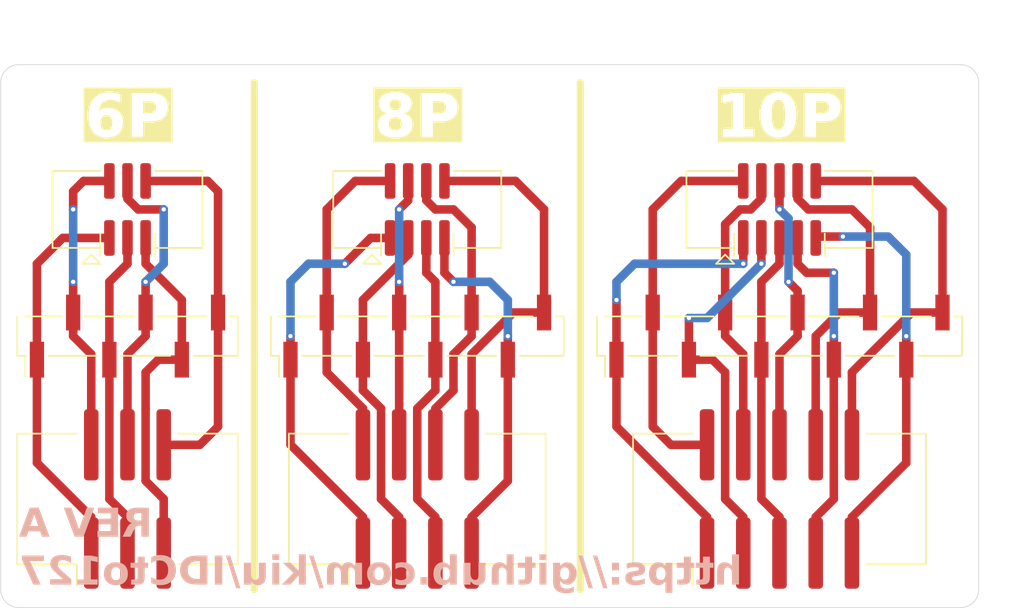
<source format=kicad_pcb>
(kicad_pcb (version 20241229) (generator "pcbnew") (generator_version "9.0")
  (layers (0 "F.Cu" signal) (2 "B.Cu" signal) (13 "F.Paste" user) (15 "B.Paste" user) (5 "F.SilkS" user "F.Silkscreen") (7 "B.SilkS" user "B.Silkscreen") (1 "F.Mask" user) (3 "B.Mask" user) (25 "Edge.Cuts" user))
  (net 0 "")
  (net 1 "Net-(J1-Pin_3)")
  (net 2 "Net-(J1-Pin_6)")
  (net 3 "Net-(J1-Pin_1)")
  (net 4 "Net-(J1-Pin_4)")
  (net 5 "Net-(J1-Pin_2)")
  (net 6 "Net-(J4-Pin_1)")
  (net 7 "Net-(J4-Pin_4)")
  (net 8 "Net-(J4-Pin_2)")
  (net 9 "Net-(J4-Pin_6)")
  (net 10 "Net-(J4-Pin_3)")
  (net 11 "Net-(J4-Pin_8)")
  (net 12 "Net-(J4-Pin_7)")
  (net 13 "Net-(J7-Pin_7)")
  (net 14 "Net-(J7-Pin_10)")
  (net 15 "Net-(J7-Pin_1)")
  (net 16 "Net-(J7-Pin_9)")
  (net 17 "Net-(J7-Pin_4)")
  (net 18 "Net-(J7-Pin_6)")
  (net 19 "Net-(J7-Pin_2)")
  (net 20 "Net-(J1-Pin_5)")
  (net 21 "Net-(J4-Pin_5)")
  (net 22 "Net-(J7-Pin_3)")
  (net 23 "Net-(J7-Pin_8)")
  (net 24 "Net-(J7-Pin_5)")
  (footprint "Connector_IDC_127:IDC-Header_2x05_P1.27mm_Vertical_SMD" (layer "F.Cu") (at 114.3 54.61 90)
    (property "Reference" "J9" (hide yes))
    (property "Value" "Conn_01x10")
    (fp_line (start 2.7 -6.525) (end 2.7 -3.175) (stroke (width 0.12)) (layer "F.SilkS"))
    (fp_line (start -2.7 -6.525) (end 2.7 -6.525) (stroke (width 0.12)) (layer "F.SilkS"))
    (fp_line (start -2.7 -6.525) (end -2.7 -3.175) (stroke (width 0.12)) (layer "F.SilkS"))
    (fp_line (start -3.81 -4.445) (end -3.81 -3.175) (stroke (width 0.12)) (layer "F.SilkS"))
    (fp_line (start -3.175 -3.81) (end -3.81 -4.445) (stroke (width 0.12)) (layer "F.SilkS"))
    (fp_line (start -3.175 -3.81) (end -3.81 -3.175) (stroke (width 0.12)) (layer "F.SilkS"))
    (fp_line (start -3.25 -3.175) (end -1.7 -3.175) (stroke (width 0.12)) (layer "F.SilkS"))
    (fp_line (start -3.25 3.175) (end -1.7 3.175) (stroke (width 0.12)) (layer "F.SilkS"))
    (fp_line (start 2.7 6.525) (end 2.7 3.175) (stroke (width 0.12)) (layer "F.SilkS"))
    (fp_line (start -2.7 6.525) (end -2.7 3.175) (stroke (width 0.12)) (layer "F.SilkS"))
    (fp_line (start -2.7 6.525) (end 2.7 6.525) (stroke (width 0.12)) (layer "F.SilkS"))
    (pad "1" smd roundrect (at -2 -2.54 90) (size 2.5 0.74) (layers "F.Cu" "F.Mask") (roundrect_rratio 0.245098) (net 15 "Net-(J7-Pin_1)"))
    (pad "2" smd roundrect (at 2 -2.54 90) (size 2.5 0.74) (layers "F.Cu" "F.Mask") (roundrect_rratio 0.245098) (net 19 "Net-(J7-Pin_2)"))
    (pad "3" smd roundrect (at -2 -1.27 90) (size 2.5 0.74) (layers "F.Cu" "F.Mask") (roundrect_rratio 0.245098) (net 22 "Net-(J7-Pin_3)"))
    (pad "4" smd roundrect (at 2 -1.27 90) (size 2.5 0.74) (layers "F.Cu" "F.Mask") (roundrect_rratio 0.245098) (net 17 "Net-(J7-Pin_4)"))
    (pad "5" smd roundrect (at -2 0 90) (size 2.5 0.74) (layers "F.Cu" "F.Mask") (roundrect_rratio 0.245098) (net 24 "Net-(J7-Pin_5)"))
    (pad "6" smd roundrect (at 2 0 90) (size 2.5 0.74) (layers "F.Cu" "F.Mask") (roundrect_rratio 0.245098) (net 18 "Net-(J7-Pin_6)"))
    (pad "7" smd roundrect (at -2 1.27 90) (size 2.5 0.74) (layers "F.Cu" "F.Mask") (roundrect_rratio 0.245098) (net 13 "Net-(J7-Pin_7)"))
    (pad "8" smd roundrect (at 2 1.27 90) (size 2.5 0.74) (layers "F.Cu" "F.Mask") (roundrect_rratio 0.245098) (net 23 "Net-(J7-Pin_8)"))
    (pad "9" smd roundrect (at -2 2.54 90) (size 2.5 0.74) (layers "F.Cu" "F.Mask") (roundrect_rratio 0.245098) (net 16 "Net-(J7-Pin_9)"))
    (pad "10" smd roundrect (at 2 2.54 90) (size 2.5 0.74) (layers "F.Cu" "F.Mask") (roundrect_rratio 0.245098) (net 14 "Net-(J7-Pin_10)"))
  )
  (footprint "Connector_PinHeader_2.54mm:PinHeader_1x06_P2.54mm_Vertical_SMD_Pin1Left" (layer "F.Cu") (at 68.58 63.5 90)
    (property "Reference" "J2" (hide yes))
    (property "Value" "Conn_01x06")
    (fp_line (start -1.38 -7.73) (end 1.38 -7.73) (stroke (width 0.12)) (layer "F.SilkS"))
    (fp_line (start -1.38 -7.73) (end -1.38 -7.16) (stroke (width 0.12)) (layer "F.SilkS"))
    (fp_line (start 1.38 -7.16) (end 1.38 -4.62) (stroke (width 0.12)) (layer "F.SilkS"))
    (fp_line (start -1.38 -7.16) (end -2.85 -7.16) (stroke (width 0.12)) (layer "F.SilkS"))
    (fp_line (start -1.38 -5.54) (end -1.38 -2.08) (stroke (width 0.12)) (layer "F.SilkS"))
    (fp_line (start 1.38 -3) (end 1.38 0.46) (stroke (width 0.12)) (layer "F.SilkS"))
    (fp_line (start -1.38 -0.46) (end -1.38 3) (stroke (width 0.12)) (layer "F.SilkS"))
    (fp_line (start 1.38 2.08) (end 1.38 5.54) (stroke (width 0.12)) (layer "F.SilkS"))
    (fp_line (start -1.38 4.62) (end -1.38 7.73) (stroke (width 0.12)) (layer "F.SilkS"))
    (fp_line (start 1.38 7.16) (end 1.38 7.73) (stroke (width 0.12)) (layer "F.SilkS"))
    (fp_line (start -1.38 7.73) (end 1.38 7.73) (stroke (width 0.12)) (layer "F.SilkS"))
    (pad "1" smd rect (at -1.655 -6.35 90) (size 2.51 1) (layers "F.Cu" "F.Mask" "F.Paste") (net 3 "Net-(J1-Pin_1)"))
    (pad "2" smd rect (at 1.655 -3.81 90) (size 2.51 1) (layers "F.Cu" "F.Mask" "F.Paste") (net 5 "Net-(J1-Pin_2)"))
    (pad "3" smd rect (at -1.655 -1.27 90) (size 2.51 1) (layers "F.Cu" "F.Mask" "F.Paste") (net 1 "Net-(J1-Pin_3)"))
    (pad "4" smd rect (at 1.655 1.27 90) (size 2.51 1) (layers "F.Cu" "F.Mask" "F.Paste") (net 4 "Net-(J1-Pin_4)"))
    (pad "5" smd rect (at -1.655 3.81 90) (size 2.51 1) (layers "F.Cu" "F.Mask" "F.Paste") (net 20 "Net-(J1-Pin_5)"))
    (pad "6" smd rect (at 1.655 6.35 90) (size 2.51 1) (layers "F.Cu" "F.Mask" "F.Paste") (net 2 "Net-(J1-Pin_6)"))
  )
  (footprint "Connector_PinHeader_2.54mm:PinHeader_1x08_P2.54mm_Vertical_SMD_Pin1Left" (layer "F.Cu") (at 88.9 63.5 90)
    (property "Reference" "J5" (hide yes))
    (property "Value" "Conn_01x08")
    (fp_line (start -1.38 -10.27) (end 1.38 -10.27) (stroke (width 0.12)) (layer "F.SilkS"))
    (fp_line (start -1.38 -10.27) (end -1.38 -9.7) (stroke (width 0.12)) (layer "F.SilkS"))
    (fp_line (start 1.38 -9.7) (end 1.38 -7.16) (stroke (width 0.12)) (layer "F.SilkS"))
    (fp_line (start -1.38 -9.7) (end -2.85 -9.7) (stroke (width 0.12)) (layer "F.SilkS"))
    (fp_line (start -1.38 -8.08) (end -1.38 -4.62) (stroke (width 0.12)) (layer "F.SilkS"))
    (fp_line (start 1.38 -5.54) (end 1.38 -2.08) (stroke (width 0.12)) (layer "F.SilkS"))
    (fp_line (start -1.38 -3) (end -1.38 0.46) (stroke (width 0.12)) (layer "F.SilkS"))
    (fp_line (start 1.38 -0.46) (end 1.38 3) (stroke (width 0.12)) (layer "F.SilkS"))
    (fp_line (start -1.38 2.08) (end -1.38 5.54) (stroke (width 0.12)) (layer "F.SilkS"))
    (fp_line (start 1.38 4.62) (end 1.38 8.08) (stroke (width 0.12)) (layer "F.SilkS"))
    (fp_line (start -1.38 7.16) (end -1.38 10.27) (stroke (width 0.12)) (layer "F.SilkS"))
    (fp_line (start 1.38 9.7) (end 1.38 10.27) (stroke (width 0.12)) (layer "F.SilkS"))
    (fp_line (start -1.38 10.27) (end 1.38 10.27) (stroke (width 0.12)) (layer "F.SilkS"))
    (pad "1" smd rect (at -1.655 -8.89 90) (size 2.51 1) (layers "F.Cu" "F.Mask" "F.Paste") (net 6 "Net-(J4-Pin_1)"))
    (pad "2" smd rect (at 1.655 -6.35 90) (size 2.51 1) (layers "F.Cu" "F.Mask" "F.Paste") (net 8 "Net-(J4-Pin_2)"))
    (pad "3" smd rect (at -1.655 -3.81 90) (size 2.51 1) (layers "F.Cu" "F.Mask" "F.Paste") (net 10 "Net-(J4-Pin_3)"))
    (pad "4" smd rect (at 1.655 -1.27 90) (size 2.51 1) (layers "F.Cu" "F.Mask" "F.Paste") (net 7 "Net-(J4-Pin_4)"))
    (pad "5" smd rect (at -1.655 1.27 90) (size 2.51 1) (layers "F.Cu" "F.Mask" "F.Paste") (net 21 "Net-(J4-Pin_5)"))
    (pad "6" smd rect (at 1.655 3.81 90) (size 2.51 1) (layers "F.Cu" "F.Mask" "F.Paste") (net 9 "Net-(J4-Pin_6)"))
    (pad "7" smd rect (at -1.655 6.35 90) (size 2.51 1) (layers "F.Cu" "F.Mask" "F.Paste") (net 12 "Net-(J4-Pin_7)"))
    (pad "8" smd rect (at 1.655 8.89 90) (size 2.51 1) (layers "F.Cu" "F.Mask" "F.Paste") (net 11 "Net-(J4-Pin_8)"))
  )
  (footprint "Connector_PinHeader_2.54mm:PinHeader_1x10_P2.54mm_Vertical_SMD_Pin1Left" (layer "F.Cu") (at 114.3 63.5 90)
    (property "Reference" "J8" (hide yes))
    (property "Value" "Conn_01x10")
    (fp_line (start -1.38 -12.81) (end 1.38 -12.81) (stroke (width 0.12)) (layer "F.SilkS"))
    (fp_line (start -1.38 -12.81) (end -1.38 -12.24) (stroke (width 0.12)) (layer "F.SilkS"))
    (fp_line (start 1.38 -12.24) (end 1.38 -9.7) (stroke (width 0.12)) (layer "F.SilkS"))
    (fp_line (start -1.38 -12.24) (end -2.85 -12.24) (stroke (width 0.12)) (layer "F.SilkS"))
    (fp_line (start -1.38 -10.62) (end -1.38 -7.16) (stroke (width 0.12)) (layer "F.SilkS"))
    (fp_line (start 1.38 -8.08) (end 1.38 -4.62) (stroke (width 0.12)) (layer "F.SilkS"))
    (fp_line (start -1.38 -5.54) (end -1.38 -2.08) (stroke (width 0.12)) (layer "F.SilkS"))
    (fp_line (start 1.38 -3) (end 1.38 0.46) (stroke (width 0.12)) (layer "F.SilkS"))
    (fp_line (start -1.38 -0.46) (end -1.38 3) (stroke (width 0.12)) (layer "F.SilkS"))
    (fp_line (start 1.38 2.08) (end 1.38 5.54) (stroke (width 0.12)) (layer "F.SilkS"))
    (fp_line (start -1.38 4.62) (end -1.38 8.08) (stroke (width 0.12)) (layer "F.SilkS"))
    (fp_line (start 1.38 7.16) (end 1.38 10.62) (stroke (width 0.12)) (layer "F.SilkS"))
    (fp_line (start -1.38 9.7) (end -1.38 12.81) (stroke (width 0.12)) (layer "F.SilkS"))
    (fp_line (start 1.38 12.24) (end 1.38 12.81) (stroke (width 0.12)) (layer "F.SilkS"))
    (fp_line (start -1.38 12.81) (end 1.38 12.81) (stroke (width 0.12)) (layer "F.SilkS"))
    (pad "1" smd rect (at -1.655 -11.43 90) (size 2.51 1) (layers "F.Cu" "F.Mask" "F.Paste") (net 15 "Net-(J7-Pin_1)"))
    (pad "2" smd rect (at 1.655 -8.89 90) (size 2.51 1) (layers "F.Cu" "F.Mask" "F.Paste") (net 19 "Net-(J7-Pin_2)"))
    (pad "3" smd rect (at -1.655 -6.35 90) (size 2.51 1) (layers "F.Cu" "F.Mask" "F.Paste") (net 22 "Net-(J7-Pin_3)"))
    (pad "4" smd rect (at 1.655 -3.81 90) (size 2.51 1) (layers "F.Cu" "F.Mask" "F.Paste") (net 17 "Net-(J7-Pin_4)"))
    (pad "5" smd rect (at -1.655 -1.27 90) (size 2.51 1) (layers "F.Cu" "F.Mask" "F.Paste") (net 24 "Net-(J7-Pin_5)"))
    (pad "6" smd rect (at 1.655 1.27 90) (size 2.51 1) (layers "F.Cu" "F.Mask" "F.Paste") (net 18 "Net-(J7-Pin_6)"))
    (pad "7" smd rect (at -1.655 3.81 90) (size 2.51 1) (layers "F.Cu" "F.Mask" "F.Paste") (net 13 "Net-(J7-Pin_7)"))
    (pad "8" smd rect (at 1.655 6.35 90) (size 2.51 1) (layers "F.Cu" "F.Mask" "F.Paste") (net 23 "Net-(J7-Pin_8)"))
    (pad "9" smd rect (at -1.655 8.89 90) (size 2.51 1) (layers "F.Cu" "F.Mask" "F.Paste") (net 16 "Net-(J7-Pin_9)"))
    (pad "10" smd rect (at 1.655 11.43 90) (size 2.51 1) (layers "F.Cu" "F.Mask" "F.Paste") (net 14 "Net-(J7-Pin_10)"))
  )
  (footprint "Connector_IDC:IDC-Header_2x04_P2.54mm_Vertical_SMD" (layer "F.Cu") (at 88.9 74.93 90)
    (property "Reference" "J4" (hide yes))
    (property "Value" "Conn_01x08")
    (fp_line (start 4.585 -9) (end 4.585 -4.82) (stroke (width 0.12)) (layer "F.SilkS"))
    (fp_line (start -4.585 -9) (end 4.585 -9) (stroke (width 0.12)) (layer "F.SilkS"))
    (fp_line (start -4.585 -4.82) (end -4.585 -9) (stroke (width 0.12)) (layer "F.SilkS"))
    (fp_line (start -4.585 -4.82) (end -6.085 -4.82) (stroke (width 0.12)) (layer "F.SilkS"))
    (fp_line (start -4.585 4.82) (end -4.585 9) (stroke (width 0.12)) (layer "F.SilkS"))
    (fp_line (start 4.585 9) (end 4.585 4.82) (stroke (width 0.12)) (layer "F.SilkS"))
    (fp_line (start -4.585 9) (end 4.585 9) (stroke (width 0.12)) (layer "F.SilkS"))
    (pad "1" smd roundrect (at -3.8 -3.81 90) (size 5 1.02) (layers "F.Cu" "F.Mask" "F.Paste") (roundrect_rratio 0.245098) (net 6 "Net-(J4-Pin_1)"))
    (pad "2" smd roundrect (at 3.8 -3.81 90) (size 5 1.02) (layers "F.Cu" "F.Mask" "F.Paste") (roundrect_rratio 0.245098) (net 8 "Net-(J4-Pin_2)"))
    (pad "3" smd roundrect (at -3.8 -1.27 90) (size 5 1.02) (layers "F.Cu" "F.Mask" "F.Paste") (roundrect_rratio 0.245098) (net 10 "Net-(J4-Pin_3)"))
    (pad "4" smd roundrect (at 3.8 -1.27 90) (size 5 1.02) (layers "F.Cu" "F.Mask" "F.Paste") (roundrect_rratio 0.245098) (net 7 "Net-(J4-Pin_4)"))
    (pad "5" smd roundrect (at -3.8 1.27 90) (size 5 1.02) (layers "F.Cu" "F.Mask" "F.Paste") (roundrect_rratio 0.245098) (net 21 "Net-(J4-Pin_5)"))
    (pad "6" smd roundrect (at 3.8 1.27 90) (size 5 1.02) (layers "F.Cu" "F.Mask" "F.Paste") (roundrect_rratio 0.245098) (net 9 "Net-(J4-Pin_6)"))
    (pad "7" smd roundrect (at -3.8 3.81 90) (size 5 1.02) (layers "F.Cu" "F.Mask" "F.Paste") (roundrect_rratio 0.245098) (net 12 "Net-(J4-Pin_7)"))
    (pad "8" smd roundrect (at 3.8 3.81 90) (size 5 1.02) (layers "F.Cu" "F.Mask" "F.Paste") (roundrect_rratio 0.245098) (net 11 "Net-(J4-Pin_8)"))
  )
  (footprint "Connector_IDC_127:IDC-Header_2x03_P1.27mm_Vertical_SMD" (layer "F.Cu") (at 68.58 54.61 90)
    (property "Reference" "J3" (hide yes))
    (property "Value" "Conn_01x06")
    (fp_line (start 2.7 -5.255) (end 2.7 -1.905) (stroke (width 0.12)) (layer "F.SilkS"))
    (fp_line (start -2.7 -5.255) (end 2.7 -5.255) (stroke (width 0.12)) (layer "F.SilkS"))
    (fp_line (start -2.7 -5.255) (end -2.7 -1.905) (stroke (width 0.12)) (layer "F.SilkS"))
    (fp_line (start -3.81 -3.175) (end -3.81 -1.905) (stroke (width 0.12)) (layer "F.SilkS"))
    (fp_line (start -3.175 -2.54) (end -3.81 -3.175) (stroke (width 0.12)) (layer "F.SilkS"))
    (fp_line (start -3.175 -2.54) (end -3.81 -1.905) (stroke (width 0.12)) (layer "F.SilkS"))
    (fp_line (start -3.25 -1.905) (end -1.7 -1.905) (stroke (width 0.12)) (layer "F.SilkS"))
    (fp_line (start -3.25 1.905) (end -1.7 1.905) (stroke (width 0.12)) (layer "F.SilkS"))
    (fp_line (start 2.7 5.255) (end 2.7 1.905) (stroke (width 0.12)) (layer "F.SilkS"))
    (fp_line (start -2.7 5.255) (end -2.7 1.905) (stroke (width 0.12)) (layer "F.SilkS"))
    (fp_line (start -2.7 5.255) (end 2.7 5.255) (stroke (width 0.12)) (layer "F.SilkS"))
    (pad "1" smd roundrect (at -2 -1.27 90) (size 2.5 0.74) (layers "F.Cu" "F.Mask") (roundrect_rratio 0.245098) (net 3 "Net-(J1-Pin_1)"))
    (pad "2" smd roundrect (at 2 -1.27 90) (size 2.5 0.74) (layers "F.Cu" "F.Mask") (roundrect_rratio 0.245098) (net 5 "Net-(J1-Pin_2)"))
    (pad "3" smd roundrect (at -2 0 90) (size 2.5 0.74) (layers "F.Cu" "F.Mask") (roundrect_rratio 0.245098) (net 1 "Net-(J1-Pin_3)"))
    (pad "4" smd roundrect (at 2 0 90) (size 2.5 0.74) (layers "F.Cu" "F.Mask") (roundrect_rratio 0.245098) (net 4 "Net-(J1-Pin_4)"))
    (pad "5" smd roundrect (at -2 1.27 90) (size 2.5 0.74) (layers "F.Cu" "F.Mask") (roundrect_rratio 0.245098) (net 20 "Net-(J1-Pin_5)"))
    (pad "6" smd roundrect (at 2 1.27 90) (size 2.5 0.74) (layers "F.Cu" "F.Mask") (roundrect_rratio 0.245098) (net 2 "Net-(J1-Pin_6)"))
  )
  (footprint "Connector_IDC:IDC-Header_2x05_P2.54mm_Vertical_SMD" (layer "F.Cu") (at 114.3 74.93 90)
    (property "Reference" "J7" (hide yes))
    (property "Value" "Conn_01x10")
    (fp_line (start 4.585 -10.27) (end 4.585 -6.09) (stroke (width 0.12)) (layer "F.SilkS"))
    (fp_line (start -4.585 -10.27) (end 4.585 -10.27) (stroke (width 0.12)) (layer "F.SilkS"))
    (fp_line (start -4.585 -6.09) (end -4.585 -10.27) (stroke (width 0.12)) (layer "F.SilkS"))
    (fp_line (start -4.585 -6.09) (end -6.085 -6.09) (stroke (width 0.12)) (layer "F.SilkS"))
    (fp_line (start -4.585 6.09) (end -4.585 10.27) (stroke (width 0.12)) (layer "F.SilkS"))
    (fp_line (start 4.585 10.27) (end 4.585 6.09) (stroke (width 0.12)) (layer "F.SilkS"))
    (fp_line (start -4.585 10.27) (end 4.585 10.27) (stroke (width 0.12)) (layer "F.SilkS"))
    (pad "1" smd roundrect (at -3.8 -5.08 90) (size 5 1.02) (layers "F.Cu" "F.Mask" "F.Paste") (roundrect_rratio 0.245098) (net 15 "Net-(J7-Pin_1)"))
    (pad "2" smd roundrect (at 3.8 -5.08 90) (size 5 1.02) (layers "F.Cu" "F.Mask" "F.Paste") (roundrect_rratio 0.245098) (net 19 "Net-(J7-Pin_2)"))
    (pad "3" smd roundrect (at -3.8 -2.54 90) (size 5 1.02) (layers "F.Cu" "F.Mask" "F.Paste") (roundrect_rratio 0.245098) (net 22 "Net-(J7-Pin_3)"))
    (pad "4" smd roundrect (at 3.8 -2.54 90) (size 5 1.02) (layers "F.Cu" "F.Mask" "F.Paste") (roundrect_rratio 0.245098) (net 17 "Net-(J7-Pin_4)"))
    (pad "5" smd roundrect (at -3.8 0 90) (size 5 1.02) (layers "F.Cu" "F.Mask" "F.Paste") (roundrect_rratio 0.245098) (net 24 "Net-(J7-Pin_5)"))
    (pad "6" smd roundrect (at 3.8 0 90) (size 5 1.02) (layers "F.Cu" "F.Mask" "F.Paste") (roundrect_rratio 0.245098) (net 18 "Net-(J7-Pin_6)"))
    (pad "7" smd roundrect (at -3.8 2.54 90) (size 5 1.02) (layers "F.Cu" "F.Mask" "F.Paste") (roundrect_rratio 0.245098) (net 13 "Net-(J7-Pin_7)"))
    (pad "8" smd roundrect (at 3.8 2.54 90) (size 5 1.02) (layers "F.Cu" "F.Mask" "F.Paste") (roundrect_rratio 0.245098) (net 23 "Net-(J7-Pin_8)"))
    (pad "9" smd roundrect (at -3.8 5.08 90) (size 5 1.02) (layers "F.Cu" "F.Mask" "F.Paste") (roundrect_rratio 0.245098) (net 16 "Net-(J7-Pin_9)"))
    (pad "10" smd roundrect (at 3.8 5.08 90) (size 5 1.02) (layers "F.Cu" "F.Mask" "F.Paste") (roundrect_rratio 0.245098) (net 14 "Net-(J7-Pin_10)"))
  )
  (footprint "Connector_IDC_127:IDC-Header_2x04_P1.27mm_Vertical_SMD" (layer "F.Cu") (at 88.9 54.61 90)
    (property "Reference" "J6" (hide yes))
    (property "Value" "Conn_01x08")
    (fp_line (start 2.7 -5.89) (end 2.7 -2.54) (stroke (width 0.12)) (layer "F.SilkS"))
    (fp_line (start -2.7 -5.89) (end 2.7 -5.89) (stroke (width 0.12)) (layer "F.SilkS"))
    (fp_line (start -2.7 -5.89) (end -2.7 -2.54) (stroke (width 0.12)) (layer "F.SilkS"))
    (fp_line (start -3.81 -3.81) (end -3.81 -2.54) (stroke (width 0.12)) (layer "F.SilkS"))
    (fp_line (start -3.175 -3.175) (end -3.81 -3.81) (stroke (width 0.12)) (layer "F.SilkS"))
    (fp_line (start -3.175 -3.175) (end -3.81 -2.54) (stroke (width 0.12)) (layer "F.SilkS"))
    (fp_line (start -3.25 -2.54) (end -1.7 -2.54) (stroke (width 0.12)) (layer "F.SilkS"))
    (fp_line (start -3.25 2.54) (end -1.7 2.54) (stroke (width 0.12)) (layer "F.SilkS"))
    (fp_line (start 2.7 5.89) (end 2.7 2.54) (stroke (width 0.12)) (layer "F.SilkS"))
    (fp_line (start -2.7 5.89) (end -2.7 2.54) (stroke (width 0.12)) (layer "F.SilkS"))
    (fp_line (start -2.7 5.89) (end 2.7 5.89) (stroke (width 0.12)) (layer "F.SilkS"))
    (pad "1" smd roundrect (at -2 -1.905 90) (size 2.5 0.74) (layers "F.Cu" "F.Mask") (roundrect_rratio 0.245098) (net 6 "Net-(J4-Pin_1)"))
    (pad "2" smd roundrect (at 2 -1.905 90) (size 2.5 0.74) (layers "F.Cu" "F.Mask") (roundrect_rratio 0.245098) (net 8 "Net-(J4-Pin_2)"))
    (pad "3" smd roundrect (at -2 -0.635 90) (size 2.5 0.74) (layers "F.Cu" "F.Mask") (roundrect_rratio 0.245098) (net 10 "Net-(J4-Pin_3)"))
    (pad "4" smd roundrect (at 2 -0.635 90) (size 2.5 0.74) (layers "F.Cu" "F.Mask") (roundrect_rratio 0.245098) (net 7 "Net-(J4-Pin_4)"))
    (pad "5" smd roundrect (at -2 0.635 90) (size 2.5 0.74) (layers "F.Cu" "F.Mask") (roundrect_rratio 0.245098) (net 21 "Net-(J4-Pin_5)"))
    (pad "6" smd roundrect (at 2 0.635 90) (size 2.5 0.74) (layers "F.Cu" "F.Mask") (roundrect_rratio 0.245098) (net 9 "Net-(J4-Pin_6)"))
    (pad "7" smd roundrect (at -2 1.905 90) (size 2.5 0.74) (layers "F.Cu" "F.Mask") (roundrect_rratio 0.245098) (net 12 "Net-(J4-Pin_7)"))
    (pad "8" smd roundrect (at 2 1.905 90) (size 2.5 0.74) (layers "F.Cu" "F.Mask") (roundrect_rratio 0.245098) (net 11 "Net-(J4-Pin_8)"))
  )
  (footprint "Connector_IDC:IDC-Header_2x03_P2.54mm_Vertical_SMD" (layer "F.Cu") (at 68.58 74.93 90)
    (property "Reference" "J1" (hide yes))
    (property "Value" "Conn_01x06")
    (fp_line (start 4.585 -7.73) (end 4.585 -3.55) (stroke (width 0.12)) (layer "F.SilkS"))
    (fp_line (start -4.585 -7.73) (end 4.585 -7.73) (stroke (width 0.12)) (layer "F.SilkS"))
    (fp_line (start -4.585 -3.55) (end -4.585 -7.73) (stroke (width 0.12)) (layer "F.SilkS"))
    (fp_line (start -4.585 -3.55) (end -6.085 -3.55) (stroke (width 0.12)) (layer "F.SilkS"))
    (fp_line (start -4.585 3.55) (end -4.585 7.73) (stroke (width 0.12)) (layer "F.SilkS"))
    (fp_line (start 4.585 7.73) (end 4.585 3.55) (stroke (width 0.12)) (layer "F.SilkS"))
    (fp_line (start -4.585 7.73) (end 4.585 7.73) (stroke (width 0.12)) (layer "F.SilkS"))
    (pad "1" smd roundrect (at -3.8 -2.54 90) (size 5 1.02) (layers "F.Cu" "F.Mask" "F.Paste") (roundrect_rratio 0.245098) (net 3 "Net-(J1-Pin_1)"))
    (pad "2" smd roundrect (at 3.8 -2.54 90) (size 5 1.02) (layers "F.Cu" "F.Mask" "F.Paste") (roundrect_rratio 0.245098) (net 5 "Net-(J1-Pin_2)"))
    (pad "3" smd roundrect (at -3.8 0 90) (size 5 1.02) (layers "F.Cu" "F.Mask" "F.Paste") (roundrect_rratio 0.245098) (net 1 "Net-(J1-Pin_3)"))
    (pad "4" smd roundrect (at 3.8 0 90) (size 5 1.02) (layers "F.Cu" "F.Mask" "F.Paste") (roundrect_rratio 0.245098) (net 4 "Net-(J1-Pin_4)"))
    (pad "5" smd roundrect (at -3.8 2.54 90) (size 5 1.02) (layers "F.Cu" "F.Mask" "F.Paste") (roundrect_rratio 0.245098) (net 20 "Net-(J1-Pin_5)"))
    (pad "6" smd roundrect (at 3.8 2.54 90) (size 5 1.02) (layers "F.Cu" "F.Mask" "F.Paste") (roundrect_rratio 0.245098) (net 2 "Net-(J1-Pin_6)"))
  )
  (gr_line (start 77.47 81.28) (end 77.47 45.72) (stroke (width 0.5)) (layer "F.SilkS"))
  (gr_line (start 100.33 81.28) (end 100.33 45.72) (stroke (width 0.5)) (layer "F.SilkS"))
  (gr_arc (start 60.96 82.55) (mid 60.061974 82.178026) (end 59.69 81.28) (stroke (width 0.05)) (layer "Edge.Cuts"))
  (gr_line (start 127 82.55) (end 60.96 82.55) (stroke (width 0.05)) (layer "Edge.Cuts"))
  (gr_line (start 60.96 44.45) (end 127 44.45) (stroke (width 0.05)) (layer "Edge.Cuts"))
  (gr_arc (start 127 44.45) (mid 127.898026 44.821974) (end 128.27 45.72) (stroke (width 0.05)) (layer "Edge.Cuts"))
  (gr_line (start 128.27 45.72) (end 128.27 81.28) (stroke (width 0.05)) (layer "Edge.Cuts"))
  (gr_arc (start 128.27 81.28) (mid 127.898026 82.178026) (end 127 82.55) (stroke (width 0.05)) (layer "Edge.Cuts"))
  (gr_arc (start 59.69 45.72) (mid 60.061974 44.821974) (end 60.96 44.45) (stroke (width 0.05)) (layer "Edge.Cuts"))
  (gr_line (start 59.69 81.28) (end 59.69 45.72) (stroke (width 0.05)) (layer "Edge.Cuts"))
  (gr_text "8P" (at 88.9 48.26 0) (layer "F.SilkS" knockout) (effects (font (size 3 3) (thickness 0.6) (bold yes))))
  (gr_text "10P" (at 114.3 48.26 0) (layer "F.SilkS" knockout) (effects (font (size 3 3) (thickness 0.6) (bold yes))))
  (gr_text "6P" (at 68.58 48.26 0) (layer "F.SilkS" knockout) (effects (font (size 3 3) (thickness 0.6) (bold yes))))
  (gr_text "REV A\nhttps://github.com/kiu/IDCto127" (at 60.96 81.28 0) (layer "B.SilkS") (effects (font (size 2 2) (thickness 0.5) (bold yes)) (justify right bottom mirror)))
  (segment (start 68.58 56.61) (end 68.58 58.42) (width 0.6) (layer "F.Cu") (net 1))
  (segment (start 67.31 59.69) (end 67.31 65.155) (width 0.6) (layer "F.Cu") (net 1))
  (segment (start 68.58 58.42) (end 67.31 59.69) (width 0.6) (layer "F.Cu") (net 1))
  (segment (start 68.58 76.2) (end 67.31 74.93) (width 0.6) (layer "F.Cu") (net 1))
  (segment (start 68.58 78.73) (end 68.58 76.2) (width 0.6) (layer "F.Cu") (net 1))
  (segment (start 67.31 74.93) (end 67.31 65.155) (width 0.6) (layer "F.Cu") (net 1))
  (segment (start 74.2 52.61) (end 74.93 53.34) (width 0.6) (layer "F.Cu") (net 2))
  (segment (start 69.85 52.61) (end 74.2 52.61) (width 0.6) (layer "F.Cu") (net 2))
  (segment (start 71.12 71.13) (end 73.65 71.13) (width 0.6) (layer "F.Cu") (net 2))
  (segment (start 74.93 69.85) (end 74.93 61.845) (width 0.6) (layer "F.Cu") (net 2))
  (segment (start 73.65 71.13) (end 74.93 69.85) (width 0.6) (layer "F.Cu") (net 2))
  (segment (start 74.93 53.34) (end 74.93 61.845) (width 0.6) (layer "F.Cu") (net 2))
  (segment (start 64.04 56.61) (end 62.23 58.42) (width 0.6) (layer "F.Cu") (net 3))
  (segment (start 66.04 76.2) (end 62.23 72.39) (width 0.6) (layer "F.Cu") (net 3))
  (segment (start 67.31 56.61) (end 64.04 56.61) (width 0.6) (layer "F.Cu") (net 3))
  (segment (start 62.23 65.155) (end 62.23 72.39) (width 0.6) (layer "F.Cu") (net 3))
  (segment (start 62.23 58.42) (end 62.23 65.155) (width 0.6) (layer "F.Cu") (net 3))
  (segment (start 66.04 78.73) (end 66.04 76.2) (width 0.6) (layer "F.Cu") (net 3))
  (segment (start 68.58 64.77) (end 69.85 63.5) (width 0.6) (layer "F.Cu") (net 4))
  (segment (start 69.85 63.5) (end 69.85 61.845) (width 0.6) (layer "F.Cu") (net 4))
  (segment (start 68.58 53.859999) (end 69.330001 54.61) (width 0.6) (layer "F.Cu") (net 4))
  (segment (start 68.58 71.13) (end 68.58 64.77) (width 0.6) (layer "F.Cu") (net 4))
  (segment (start 69.85 61.845) (end 69.85 59.69) (width 0.6) (layer "F.Cu") (net 4))
  (segment (start 68.58 52.61) (end 68.58 53.859999) (width 0.6) (layer "F.Cu") (net 4))
  (segment (start 69.330001 54.61) (end 71.12 54.61) (width 0.6) (layer "F.Cu") (net 4))
  (via (at 69.85 59.69) (size 0.6) (drill 0.3) (layers "F.Cu" "B.Cu") (net 4))
  (via (at 71.12 54.61) (size 0.6) (drill 0.3) (layers "F.Cu" "B.Cu") (net 4))
  (segment (start 71.12 58.42) (end 71.12 54.61) (width 0.6) (layer "B.Cu") (net 4))
  (segment (start 69.85 59.69) (end 71.12 58.42) (width 0.6) (layer "B.Cu") (net 4))
  (segment (start 66.04 71.13) (end 66.04 64.77) (width 0.6) (layer "F.Cu") (net 5))
  (segment (start 65.5 52.61) (end 64.77 53.34) (width 0.6) (layer "F.Cu") (net 5))
  (segment (start 64.77 63.5) (end 64.77 61.845) (width 0.6) (layer "F.Cu") (net 5))
  (segment (start 67.31 52.61) (end 65.5 52.61) (width 0.6) (layer "F.Cu") (net 5))
  (segment (start 64.77 53.34) (end 64.77 54.61) (width 0.6) (layer "F.Cu") (net 5))
  (segment (start 64.77 59.69) (end 64.77 61.845) (width 0.6) (layer "F.Cu") (net 5))
  (segment (start 66.04 64.77) (end 64.77 63.5) (width 0.6) (layer "F.Cu") (net 5))
  (via (at 64.77 54.61) (size 0.6) (drill 0.3) (layers "F.Cu" "B.Cu") (net 5))
  (via (at 64.77 59.69) (size 0.6) (drill 0.3) (layers "F.Cu" "B.Cu") (net 5))
  (segment (start 64.77 54.61) (end 64.77 59.69) (width 0.6) (layer "B.Cu") (net 5))
  (segment (start 80.01 71.12) (end 80.01 65.155) (width 0.6) (layer "F.Cu") (net 6))
  (segment (start 85.09 78.73) (end 85.09 76.2) (width 0.6) (layer "F.Cu") (net 6))
  (segment (start 80.01 63.5) (end 80.01 65.155) (width 0.6) (layer "F.Cu") (net 6))
  (segment (start 86.995 56.61) (end 85.63 56.61) (width 0.6) (layer "F.Cu") (net 6))
  (segment (start 85.63 56.61) (end 83.82 58.42) (width 0.6) (layer "F.Cu") (net 6))
  (segment (start 85.09 76.2) (end 80.01 71.12) (width 0.6) (layer "F.Cu") (net 6))
  (via (at 83.82 58.42) (size 0.6) (drill 0.3) (layers "F.Cu" "B.Cu") (net 6))
  (via (at 80.01 63.5) (size 0.6) (drill 0.3) (layers "F.Cu" "B.Cu") (net 6))
  (segment (start 81.28 58.42) (end 80.01 59.69) (width 0.6) (layer "B.Cu") (net 6))
  (segment (start 80.01 59.69) (end 80.01 63.5) (width 0.6) (layer "B.Cu") (net 6))
  (segment (start 83.82 58.42) (end 81.28 58.42) (width 0.6) (layer "B.Cu") (net 6))
  (segment (start 87.63 71.13) (end 87.63 61.845) (width 0.6) (layer "F.Cu") (net 7))
  (segment (start 88.265 53.975) (end 87.63 54.61) (width 0.6) (layer "F.Cu") (net 7))
  (segment (start 87.63 59.69) (end 87.63 61.845) (width 0.6) (layer "F.Cu") (net 7))
  (segment (start 88.265 52.61) (end 88.265 53.975) (width 0.6) (layer "F.Cu") (net 7))
  (via (at 87.63 54.61) (size 0.6) (drill 0.3) (layers "F.Cu" "B.Cu") (net 7))
  (via (at 87.63 59.69) (size 0.6) (drill 0.3) (layers "F.Cu" "B.Cu") (net 7))
  (segment (start 87.63 54.61) (end 87.63 59.69) (width 0.6) (layer "B.Cu") (net 7))
  (segment (start 82.55 66.04) (end 82.55 61.845) (width 0.6) (layer "F.Cu") (net 8))
  (segment (start 82.55 54.61) (end 82.55 61.845) (width 0.6) (layer "F.Cu") (net 8))
  (segment (start 84.55 52.61) (end 82.55 54.61) (width 0.6) (layer "F.Cu") (net 8))
  (segment (start 85.09 68.58) (end 82.55 66.04) (width 0.6) (layer "F.Cu") (net 8))
  (segment (start 85.09 71.13) (end 85.09 68.58) (width 0.6) (layer "F.Cu") (net 8))
  (segment (start 86.995 52.61) (end 84.55 52.61) (width 0.6) (layer "F.Cu") (net 8))
  (segment (start 89.535 53.975) (end 90.17 54.61) (width 0.6) (layer "F.Cu") (net 9))
  (segment (start 91.44 54.61) (end 92.71 55.88) (width 0.6) (layer "F.Cu") (net 9))
  (segment (start 89.535 52.61) (end 89.535 53.975) (width 0.6) (layer "F.Cu") (net 9))
  (segment (start 91.44 67.31) (end 91.44 64.77) (width 0.6) (layer "F.Cu") (net 9))
  (segment (start 90.17 68.58) (end 91.44 67.31) (width 0.6) (layer "F.Cu") (net 9))
  (segment (start 90.17 54.61) (end 91.44 54.61) (width 0.6) (layer "F.Cu") (net 9))
  (segment (start 90.17 71.13) (end 90.17 68.58) (width 0.6) (layer "F.Cu") (net 9))
  (segment (start 92.71 55.88) (end 92.71 61.845) (width 0.6) (layer "F.Cu") (net 9))
  (segment (start 91.44 64.77) (end 92.71 63.5) (width 0.6) (layer "F.Cu") (net 9))
  (segment (start 92.71 63.5) (end 92.71 61.845) (width 0.6) (layer "F.Cu") (net 9))
  (segment (start 85.09 65.155) (end 85.09 67.31) (width 0.6) (layer "F.Cu") (net 10))
  (segment (start 85.09 67.31) (end 86.36 68.58) (width 0.6) (layer "F.Cu") (net 10))
  (segment (start 87.63 78.73) (end 87.63 76.2) (width 0.6) (layer "F.Cu") (net 10))
  (segment (start 85.09 65.155) (end 85.09 60.96) (width 0.6) (layer "F.Cu") (net 10))
  (segment (start 88.265 57.785) (end 88.265 56.61) (width 0.6) (layer "F.Cu") (net 10))
  (segment (start 87.63 76.2) (end 86.36 74.93) (width 0.6) (layer "F.Cu") (net 10))
  (segment (start 86.36 68.58) (end 86.36 74.93) (width 0.6) (layer "F.Cu") (net 10))
  (segment (start 85.09 60.96) (end 88.265 57.785) (width 0.6) (layer "F.Cu") (net 10))
  (segment (start 95.635 61.845) (end 92.71 64.77) (width 0.6) (layer "F.Cu") (net 11))
  (segment (start 97.79 61.845) (end 95.635 61.845) (width 0.6) (layer "F.Cu") (net 11))
  (segment (start 90.805 52.61) (end 95.79 52.61) (width 0.6) (layer "F.Cu") (net 11))
  (segment (start 95.79 52.61) (end 97.79 54.61) (width 0.6) (layer "F.Cu") (net 11))
  (segment (start 97.79 54.61) (end 97.79 61.845) (width 0.6) (layer "F.Cu") (net 11))
  (segment (start 92.71 64.77) (end 92.71 71.13) (width 0.6) (layer "F.Cu") (net 11))
  (segment (start 92.71 78.73) (end 92.71 76.2) (width 0.6) (layer "F.Cu") (net 12))
  (segment (start 90.805 56.61) (end 90.805 59.055) (width 0.6) (layer "F.Cu") (net 12))
  (segment (start 95.25 73.66) (end 95.25 65.155) (width 0.6) (layer "F.Cu") (net 12))
  (segment (start 90.805 59.055) (end 91.44 59.69) (width 0.6) (layer "F.Cu") (net 12))
  (segment (start 92.71 76.2) (end 95.25 73.66) (width 0.6) (layer "F.Cu") (net 12))
  (segment (start 95.25 63.5) (end 95.25 65.155) (width 0.6) (layer "F.Cu") (net 12))
  (via (at 95.25 63.5) (size 0.6) (drill 0.3) (layers "F.Cu" "B.Cu") (net 12))
  (via (at 91.44 59.69) (size 0.6) (drill 0.3) (layers "F.Cu" "B.Cu") (net 12))
  (segment (start 95.25 60.96) (end 95.25 63.5) (width 0.6) (layer "B.Cu") (net 12))
  (segment (start 93.98 59.69) (end 95.25 60.96) (width 0.6) (layer "B.Cu") (net 12))
  (segment (start 91.44 59.69) (end 93.98 59.69) (width 0.6) (layer "B.Cu") (net 12))
  (segment (start 116.84 78.73) (end 116.84 76.2) (width 0.6) (layer "F.Cu") (net 13))
  (segment (start 116.84 76.2) (end 118.11 74.93) (width 0.6) (layer "F.Cu") (net 13))
  (segment (start 115.57 56.61) (end 115.57 58.42) (width 0.6) (layer "F.Cu") (net 13))
  (segment (start 118.11 65.155) (end 118.11 74.93) (width 0.6) (layer "F.Cu") (net 13))
  (segment (start 116.205 59.055) (end 118.11 59.055) (width 0.6) (layer "F.Cu") (net 13))
  (segment (start 118.11 63.5) (end 118.11 65.155) (width 0.6) (layer "F.Cu") (net 13))
  (segment (start 115.57 58.42) (end 116.205 59.055) (width 0.6) (layer "F.Cu") (net 13))
  (via (at 118.11 59.055) (size 0.6) (drill 0.3) (layers "F.Cu" "B.Cu") (net 13))
  (via (at 118.11 63.5) (size 0.6) (drill 0.3) (layers "F.Cu" "B.Cu") (net 13))
  (segment (start 118.11 63.5) (end 118.11 59.055) (width 0.6) (layer "B.Cu") (net 13))
  (segment (start 123.575 61.845) (end 119.38 66.04) (width 0.6) (layer "F.Cu") (net 14))
  (segment (start 125.73 54.61) (end 125.73 61.845) (width 0.6) (layer "F.Cu") (net 14))
  (segment (start 119.38 66.04) (end 119.38 71.13) (width 0.6) (layer "F.Cu") (net 14))
  (segment (start 125.73 61.845) (end 123.575 61.845) (width 0.6) (layer "F.Cu") (net 14))
  (segment (start 116.84 52.61) (end 123.73 52.61) (width 0.6) (layer "F.Cu") (net 14))
  (segment (start 123.73 52.61) (end 125.73 54.61) (width 0.6) (layer "F.Cu") (net 14))
  (segment (start 111.76 56.61) (end 111.76 58.42) (width 0.6) (layer "F.Cu") (net 15))
  (segment (start 102.87 60.96) (end 102.87 65.155) (width 0.6) (layer "F.Cu") (net 15))
  (segment (start 109.22 76.2) (end 102.87 69.85) (width 0.6) (layer "F.Cu") (net 15))
  (segment (start 102.87 65.155) (end 102.87 69.85) (width 0.6) (layer "F.Cu") (net 15))
  (segment (start 109.22 78.73) (end 109.22 76.2) (width 0.6) (layer "F.Cu") (net 15))
  (via (at 111.76 58.42) (size 0.6) (drill 0.3) (layers "F.Cu" "B.Cu") (net 15))
  (via (at 102.87 60.96) (size 0.6) (drill 0.3) (layers "F.Cu" "B.Cu") (net 15))
  (segment (start 102.87 59.69) (end 104.14 58.42) (width 0.6) (layer "B.Cu") (net 15))
  (segment (start 102.87 60.96) (end 102.87 59.69) (width 0.6) (layer "B.Cu") (net 15))
  (segment (start 111.76 58.42) (end 104.14 58.42) (width 0.6) (layer "B.Cu") (net 15))
  (segment (start 116.935 56.515) (end 118.745 56.515) (width 0.6) (layer "F.Cu") (net 16))
  (segment (start 123.19 63.5) (end 123.19 65.155) (width 0.6) (layer "F.Cu") (net 16))
  (segment (start 119.38 76.2) (end 123.19 72.39) (width 0.6) (layer "F.Cu") (net 16))
  (segment (start 116.84 56.61) (end 116.935 56.515) (width 0.6) (layer "F.Cu") (net 16))
  (segment (start 123.19 65.155) (end 123.19 72.39) (width 0.6) (layer "F.Cu") (net 16))
  (segment (start 119.38 78.73) (end 119.38 76.2) (width 0.6) (layer "F.Cu") (net 16))
  (via (at 118.745 56.515) (size 0.6) (drill 0.3) (layers "F.Cu" "B.Cu") (net 16))
  (via (at 123.19 63.5) (size 0.6) (drill 0.3) (layers "F.Cu" "B.Cu") (net 16))
  (segment (start 121.92 56.515) (end 123.19 57.785) (width 0.6) (layer "B.Cu") (net 16))
  (segment (start 123.19 57.785) (end 123.19 59.69) (width 0.6) (layer "B.Cu") (net 16))
  (segment (start 123.19 63.5) (end 123.19 59.69) (width 0.6) (layer "B.Cu") (net 16))
  (segment (start 118.745 56.515) (end 121.92 56.515) (width 0.6) (layer "B.Cu") (net 16))
  (segment (start 110.49 61.845) (end 110.49 55.6527) (width 0.6) (layer "F.Cu") (net 17))
  (segment (start 111.76 64.77) (end 110.49 63.5) (width 0.6) (layer "F.Cu") (net 17))
  (segment (start 111.76 71.13) (end 111.76 64.77) (width 0.6) (layer "F.Cu") (net 17))
  (segment (start 113.03 53.859999) (end 113.03 52.61) (width 0.6) (layer "F.Cu") (net 17))
  (segment (start 110.49 55.6527) (end 111.5327 54.61) (width 0.6) (layer "F.Cu") (net 17))
  (segment (start 111.5327 54.61) (end 112.279999 54.61) (width 0.6) (layer "F.Cu") (net 17))
  (segment (start 110.49 63.5) (end 110.49 61.845) (width 0.6) (layer "F.Cu") (net 17))
  (segment (start 112.279999 54.61) (end 113.03 53.859999) (width 0.6) (layer "F.Cu") (net 17))
  (segment (start 114.3 52.61) (end 114.3 54.61) (width 0.6) (layer "F.Cu") (net 18))
  (segment (start 115.57 60.325) (end 114.935 59.69) (width 0.6) (layer "F.Cu") (net 18))
  (segment (start 114.3 64.77) (end 114.3 71.13) (width 0.6) (layer "F.Cu") (net 18))
  (segment (start 115.57 63.5) (end 114.3 64.77) (width 0.6) (layer "F.Cu") (net 18))
  (segment (start 115.57 61.845) (end 115.57 63.5) (width 0.6) (layer "F.Cu") (net 18))
  (segment (start 115.57 61.845) (end 115.57 60.325) (width 0.6) (layer "F.Cu") (net 18))
  (via (at 114.3 54.61) (size 0.6) (drill 0.3) (layers "F.Cu" "B.Cu") (net 18))
  (via (at 114.935 59.69) (size 0.6) (drill 0.3) (layers "F.Cu" "B.Cu") (net 18))
  (segment (start 114.935 55.245) (end 114.3 54.61) (width 0.6) (layer "B.Cu") (net 18))
  (segment (start 114.935 59.69) (end 114.935 55.245) (width 0.6) (layer "B.Cu") (net 18))
  (segment (start 105.41 54.61) (end 105.41 61.845) (width 0.6) (layer "F.Cu") (net 19))
  (segment (start 111.76 52.61) (end 107.41 52.61) (width 0.6) (layer "F.Cu") (net 19))
  (segment (start 107.41 52.61) (end 105.41 54.61) (width 0.6) (layer "F.Cu") (net 19))
  (segment (start 106.69 71.13) (end 109.22 71.13) (width 0.6) (layer "F.Cu") (net 19))
  (segment (start 105.41 61.845) (end 105.41 69.85) (width 0.6) (layer "F.Cu") (net 19))
  (segment (start 105.41 69.85) (end 106.69 71.13) (width 0.6) (layer "F.Cu") (net 19))
  (segment (start 71.12 74.93) (end 69.85 73.66) (width 0.6) (layer "F.Cu") (net 20))
  (segment (start 69.85 58.42) (end 72.39 60.96) (width 0.6) (layer "F.Cu") (net 20))
  (segment (start 69.85 66.04) (end 69.85 68.58) (width 0.6) (layer "F.Cu") (net 20))
  (segment (start 69.85 73.66) (end 69.85 68.58) (width 0.6) (layer "F.Cu") (net 20))
  (segment (start 72.39 65.155) (end 70.735 65.155) (width 0.6) (layer "F.Cu") (net 20))
  (segment (start 70.735 65.155) (end 69.85 66.04) (width 0.6) (layer "F.Cu") (net 20))
  (segment (start 72.39 60.96) (end 72.39 65.155) (width 0.6) (layer "F.Cu") (net 20))
  (segment (start 71.12 78.73) (end 71.12 74.93) (width 0.6) (layer "F.Cu") (net 20))
  (segment (start 69.85 56.61) (end 69.85 58.42) (width 0.6) (layer "F.Cu") (net 20))
  (segment (start 89.535 56.61) (end 89.535 59.055) (width 0.6) (layer "F.Cu") (net 21))
  (segment (start 90.17 76.2) (end 90.17 78.73) (width 0.6) (layer "F.Cu") (net 21))
  (segment (start 89.535 59.055) (end 90.17 59.69) (width 0.6) (layer "F.Cu") (net 21))
  (segment (start 90.17 67.31) (end 88.9 68.58) (width 0.6) (layer "F.Cu") (net 21))
  (segment (start 90.17 65.155) (end 90.17 67.31) (width 0.6) (layer "F.Cu") (net 21))
  (segment (start 88.9 74.93) (end 90.17 76.2) (width 0.6) (layer "F.Cu") (net 21))
  (segment (start 88.9 68.58) (end 88.9 74.93) (width 0.6) (layer "F.Cu") (net 21))
  (segment (start 90.17 59.69) (end 90.17 65.155) (width 0.6) (layer "F.Cu") (net 21))
  (segment (start 113.03 56.61) (end 113.03 58.42) (width 0.6) (layer "F.Cu") (net 22))
  (segment (start 111.76 78.73) (end 111.76 76.2) (width 0.6) (layer "F.Cu") (net 22))
  (segment (start 110.49 66.04) (end 110.49 74.93) (width 0.6) (layer "F.Cu") (net 22))
  (segment (start 109.605 65.155) (end 110.49 66.04) (width 0.6) (layer "F.Cu") (net 22))
  (segment (start 111.76 76.2) (end 110.49 74.93) (width 0.6) (layer "F.Cu") (net 22))
  (segment (start 107.95 62.23) (end 107.95 65.155) (width 0.6) (layer "F.Cu") (net 22))
  (segment (start 107.95 65.155) (end 109.605 65.155) (width 0.6) (layer "F.Cu") (net 22))
  (via (at 113.03 58.42) (size 0.6) (drill 0.3) (layers "F.Cu" "B.Cu") (net 22))
  (via (at 107.95 62.23) (size 0.6) (drill 0.3) (layers "F.Cu" "B.Cu") (net 22))
  (segment (start 109.22 62.23) (end 107.95 62.23) (width 0.6) (layer "B.Cu") (net 22))
  (segment (start 113.03 58.42) (end 109.22 62.23) (width 0.6) (layer "B.Cu") (net 22))
  (segment (start 118.495 61.845) (end 120.65 61.845) (width 0.6) (layer "F.Cu") (net 23))
  (segment (start 120.65 55.88) (end 120.65 61.845) (width 0.6) (layer "F.Cu") (net 23))
  (segment (start 116.84 71.13) (end 116.84 63.5) (width 0.6) (layer "F.Cu") (net 23))
  (segment (start 119.38 54.61) (end 120.65 55.88) (width 0.6) (layer "F.Cu") (net 23))
  (segment (start 115.57 53.859999) (end 116.320001 54.61) (width 0.6) (layer "F.Cu") (net 23))
  (segment (start 115.57 52.61) (end 115.57 53.859999) (width 0.6) (layer "F.Cu") (net 23))
  (segment (start 116.320001 54.61) (end 119.38 54.61) (width 0.6) (layer "F.Cu") (net 23))
  (segment (start 116.84 63.5) (end 118.495 61.845) (width 0.6) (layer "F.Cu") (net 23))
  (segment (start 114.3 76.2) (end 113.03 74.93) (width 0.6) (layer "F.Cu") (net 24))
  (segment (start 114.3 58.42) (end 114.3 56.61) (width 0.6) (layer "F.Cu") (net 24))
  (segment (start 113.03 59.69) (end 114.3 58.42) (width 0.6) (layer "F.Cu") (net 24))
  (segment (start 113.03 65.155) (end 113.03 59.69) (width 0.6) (layer "F.Cu") (net 24))
  (segment (start 113.03 65.155) (end 113.03 74.93) (width 0.6) (layer "F.Cu") (net 24))
  (segment (start 114.3 78.73) (end 114.3 76.2) (width 0.6) (layer "F.Cu") (net 24))
)
</source>
